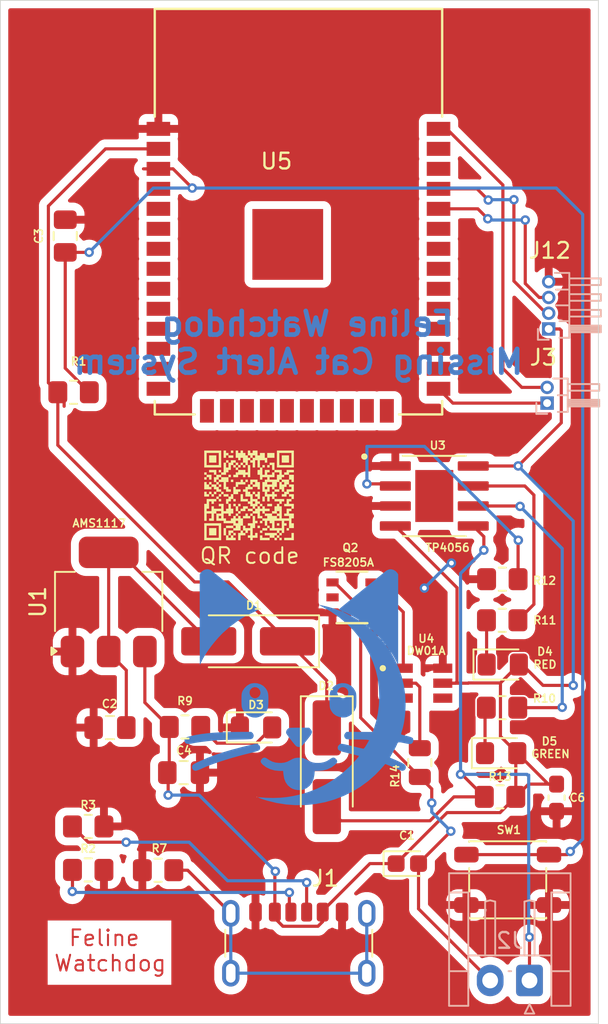
<source format=kicad_pcb>
(kicad_pcb (version 20240108) (generator "pcbnew") (generator_version "8.0")
  (layers (0 "F.Cu" signal) (31 "B.Cu" signal) (34 "B.Paste" user) (35 "F.Paste" user) (36 "B.SilkS" user "B.Silkscreen") (37 "F.SilkS" user "F.Silkscreen") (38 "B.Mask" user) (39 "F.Mask" user) (44 "Edge.Cuts" user))
  (net 0 "")
  (net 1 "BATT -")
  (net 2 "+5V")
  (net 3 "+3.3V")
  (net 4 "Net-(D1-K)")
  (net 5 "Net-(U5-EN)")
  (net 6 "Net-(D3-A)")
  (net 7 "Net-(D4-K)")
  (net 8 "Net-(D5-K)")
  (net 9 "Net-(J1-SHIELD)")
  (net 10 "Net-(J1-CC2)")
  (net 11 "Net-(J1-CC1)")
  (net 12 "BATT +")
  (net 13 "/GPIO 0")
  (net 14 "/ESP32 GND")
  (net 15 "/ESP32 RX")
  (net 16 "/ESP32 TX")
  (net 18 "OD")
  (net 19 "OC")
  (net 21 "Net-(U3-~{STDBY})")
  (net 22 "Net-(U3-~{CHRG})")
  (net 23 "Net-(U3-PROG)")
  (net 24 "Net-(U4-CS)")
  (net 59 "GND")
  (footprint "Diode_SMD:D_SMA_Handsoldering" (layer "F.Cu") (at 154.34 65.95 180)
    (property "Reference" "D1")
    (property "Value" "SS14" (hide yes))
  )
  (footprint "Resistor_SMD:R_0805_2012Metric" (layer "F.Cu") (at 165.25 73.6525 90)
    (property "Reference" "R14")
    (property "Value" "1k" (hide yes))
  )
  (footprint "Resistor_SMD:R_0805_2012Metric_Pad1.20x1.40mm_HandSolder" (layer "F.Cu") (at 143.25 50.13)
    (property "Reference" "R1")
    (property "Value" "10k" (hide yes))
  )
  (footprint "TP4056:SOP127P600X175-9N" (layer "F.Cu") (at 166.17 56.72)
    (property "Reference" "U3")
    (property "Value" "TP4056")
  )
  (footprint "Connector_USB:USB_C_Receptacle_GCT_USB4125-xx-x-0190_6P_TopMnt_Horizontal" (layer "F.Cu") (at 157.56 86.23)
    (property "Reference" "J1")
    (property "Value" "USB_C_Receptacle_PowerOnly_6P" (hide yes))
  )
  (footprint "Resistor_SMD:R_0805_2012Metric_Pad1.20x1.40mm_HandSolder" (layer "F.Cu") (at 170.485 64.615 180)
    (property "Reference" "R11")
    (property "Value" "1k" (hide yes))
  )
  (footprint "DW01A:SOT95P280X145-6N" (layer "F.Cu") (at 165.455 68.61)
    (property "Reference" "U4")
    (property "Value" "DW01A")
  )
  (footprint "Diode_SMD:D_SMA_Handsoldering" (layer "F.Cu") (at 159.34 73.95 -90)
    (property "Reference" "D2")
    (property "Value" "SS14" (hide yes))
  )
  (footprint "Resistor_SMD:R_0805_2012Metric_Pad1.20x1.40mm_HandSolder" (layer "F.Cu") (at 148.62 80.49 180)
    (property "Reference" "R7")
    (property "Value" "1M" (hide yes))
  )
  (footprint "Resistor_SMD:R_0805_2012Metric_Pad1.20x1.40mm_HandSolder" (layer "F.Cu") (at 170.495 62.005)
    (property "Reference" "R12")
    (property "Value" "10k" (hide yes))
  )
  (footprint "Capacitor_SMD:C_0805_2012Metric_Pad1.18x1.45mm_HandSolder" (layer "F.Cu") (at 145.5625 71.43 180)
    (property "Reference" "C2")
    (property "Value" "10uF" (hide yes))
  )
  (footprint "LED_SMD:LED_0805_2012Metric_Pad1.15x1.40mm_HandSolder" (layer "F.Cu") (at 154.845 71.42)
    (property "Reference" "D3")
    (property "Value" "LED" (hide yes))
  )
  (footprint "LED_SMD:LED_0805_2012Metric_Pad1.15x1.40mm_HandSolder" (layer "F.Cu") (at 170.52 67.425)
    (property "Reference" "D4")
    (property "Value" "RED")
  )
  (footprint "Capacitor_SMD:C_0603_1608Metric_Pad1.08x0.95mm_HandSolder" (layer "F.Cu") (at 173.94 75.8825 -90)
    (property "Reference" "C6")
    (property "Value" "0.1uF" (hide yes))
  )
  (footprint "QRcat:QRcat" (layer "F.Cu") (at 154.4 56.68)
    (property "Reference" "G***" (hide yes))
    (property "Value" "LOGO" (hide yes))
  )
  (footprint "Resistor_SMD:R_0805_2012Metric_Pad1.20x1.40mm_HandSolder" (layer "F.Cu") (at 144.18 77.71)
    (property "Reference" "R3")
    (property "Value" "5k1" (hide yes))
  )
  (footprint "Resistor_SMD:R_0805_2012Metric_Pad1.20x1.40mm_HandSolder" (layer "F.Cu") (at 150.33 71.39)
    (property "Reference" "R9")
    (property "Value" "1M" (hide yes))
  )
  (footprint "ul_ESP-32S:ESP-32S_AIT" (layer "F.Cu") (at 157.54 38.66)
    (property "Reference" "U5")
    (property "Value" "ESP-32S")
  )
  (footprint "Capacitor_SMD:C_0805_2012Metric_Pad1.18x1.45mm_HandSolder" (layer "F.Cu") (at 150.2425 74.29)
    (property "Reference" "C4")
    (property "Value" "10uF" (hide yes))
  )
  (footprint "Resistor_SMD:R_0805_2012Metric_Pad1.20x1.40mm_HandSolder" (layer "F.Cu") (at 170.475 70.165 180)
    (property "Reference" "R10")
    (property "Value" "1k" (hide yes))
  )
  (footprint "LED_SMD:LED_0805_2012Metric_Pad1.15x1.40mm_HandSolder" (layer "F.Cu") (at 170.42 73.055)
    (property "Reference" "D5")
    (property "Value" "GREEN")
  )
  (footprint "VeisLibrary:MySwitch_SW_SPST_PTS647_Sx50" (layer "F.Cu") (at 170.835 81.1)
    (property "Reference" "SW1")
    (property "Value" "RESET" (hide yes))
  )
  (footprint "Capacitor_SMD:C_0805_2012Metric_Pad1.18x1.45mm_HandSolder" (layer "F.Cu") (at 142.72 40.2075 90)
    (property "Reference" "C3")
    (property "Value" "10uF" (hide yes))
  )
  (footprint "Capacitor_Tantalum_SMD:CP_EIA-1608-08_AVX-J" (layer "F.Cu") (at 164.4575 80.07)
    (property "Reference" "C1")
    (property "Value" "0.1uf" (hide yes))
  )
  (footprint "Resistor_SMD:R_0805_2012Metric_Pad1.20x1.40mm_HandSolder" (layer "F.Cu") (at 170.35 75.83)
    (property "Reference" "R13")
    (property "Value" "100" (hide yes))
  )
  (footprint "ul_FS8205A:SOT-23-6L_TCP-L" (layer "F.Cu") (at 160.94175 63.160001)
    (property "Reference" "Q2")
    (property "Value" "FS8205A")
  )
  (footprint "Resistor_SMD:R_0805_2012Metric_Pad1.20x1.40mm_HandSolder" (layer "F.Cu") (at 144.18 80.47)
    (property "Reference" "R2")
    (property "Value" "5k1" (hide yes))
  )
  (footprint "Package_TO_SOT_SMD:SOT-223-3_TabPin2" (layer "F.Cu") (at 145.48 63.45 90)
    (property "Reference" "U1")
    (property "Value" "AMS1117")
  )
  (footprint "Connector_PinHeader_1.00mm:PinHeader_1x04_P1.00mm_Horizontal" (layer "B.Cu") (at 173.44 46.11)
    (property "Reference" "J12")
    (property "Value" "Conn_01x04_Socket" (hide yes))
  )
  (footprint "cat:cat" (layer "B.Cu") (at 157.58 68.87 180)
    (property "Reference" "G***" (hide yes))
    (property "Value" "LOGO" (hide yes))
  )
  (footprint "cat:cat" (layer "B.Cu") (at 157.57 68.87 180)
    (property "Reference" "G***" (hide yes))
    (property "Value" "LOGO" (hide yes))
  )
  (footprint "Connector_JST:JST_EH_S2B-EH_1x02_P2.50mm_Horizontal" (layer "B.Cu") (at 172.22 87.4925 180)
    (property "Reference" "J2")
    (property "Value" "Conn_01x02_Socket" (hide yes))
  )
  (footprint "Connector_PinHeader_1.00mm:PinHeader_1x02_P1.00mm_Horizontal" (layer "B.Cu") (at 173.34 50.82)
    (property "Reference" "J3")
    (property "Value" "Conn_01x02_Pin" (hide yes))
  )
  (gr_rect (start 138.6 25.24) (end 176.6 90.24) (stroke (width 0.05)) (fill none) (layer "Edge.Cuts"))
  (gr_text "Feline \nWatchdog\n" (at 145.58 86.99 0) (layer "F.Cu") (effects (font (size 1 1) (thickness 0.125) (bold yes)) (justify bottom)))
  (gr_text "Feline Watchdog \nMissing Cat Alert System" (at 157.54 49.08 0) (layer "B.Cu") (effects (font (size 1.5 1.5) (thickness 0.3) (bold yes)) (justify bottom mirror)))
  (gr_text "QR code" (at 154.44 61.1 0) (layer "F.SilkS") (effects (font (size 1 1) (thickness 0.125) (bold yes)) (justify bottom)))
  (segment (start 161.49265 63.8658) (end 161.49265 70.80765) (width 0.2) (layer "F.Cu") (net 1))
  (segment (start 166.01 76.22) (end 166.01 75.325) (width 0.2) (layer "F.Cu") (net 1))
  (segment (start 159.7035 62.21) (end 159.83685 62.21) (width 0.2) (layer "F.Cu") (net 1))
  (segment (start 167.22 78.02) (end 167.22 78.01) (width 0.2) (layer "F.Cu") (net 1))
  (segment (start 159.83685 62.21) (end 161.49265 63.8658) (width 0.2) (layer "F.Cu") (net 1))
  (segment (start 161.49265 70.80765) (end 165.25 74.565) (width 0.2) (layer "F.Cu") (net 1))
  (segment (start 165.17 82.9425) (end 169.72 87.4925) (width 0.2) (layer "F.Cu") (net 1))
  (segment (start 166.01 75.325) (end 165.25 74.565) (width 0.2) (layer "F.Cu") (net 1))
  (segment (start 165.17 80.07) (end 167.22 78.02) (width 0.2) (layer "F.Cu") (net 1))
  (segment (start 165.17 80.07) (end 165.17 82.9425) (width 0.2) (layer "F.Cu") (net 1))
  (via (at 167.22 78.01) (size 0.6) (drill 0.3) (layers "F.Cu" "B.Cu") (net 1))
  (via (at 166.01 76.22) (size 0.6) (drill 0.3) (layers "F.Cu" "B.Cu") (net 1))
  (segment (start 167.22 78.01) (end 166.01 76.8) (width 0.2) (layer "B.Cu") (net 1))
  (segment (start 166.01 76.8) (end 166.01 76.22) (width 0.2) (layer "B.Cu") (net 1))
  (segment (start 163.695 58.625) (end 167.615 62.545) (width 0.2) (layer "F.Cu") (net 2))
  (segment (start 167.515 68.61) (end 166.71 68.61) (width 0.2) (layer "F.Cu") (net 2))
  (segment (start 147.78 69.84) (end 149.33 71.39) (width 0.2) (layer "F.Cu") (net 2))
  (segment (start 167.615 62.545) (end 167.615 68.51) (width 0.2) (layer "F.Cu") (net 2))
  (segment (start 149.26 75.72) (end 149.26 74.345) (width 0.2) (layer "F.Cu") (net 2))
  (segment (start 159.08 83.067352) (end 159.08 83.15) (width 0.2) (layer "F.Cu") (net 2))
  (segment (start 173.41 75.02) (end 173.94 75.02) (width 0.2) (layer "F.Cu") (net 2))
  (segment (start 147.78 66.6) (end 147.78 69.84) (width 0.2) (layer "F.Cu") (net 2))
  (segment (start 171.755 67.425) (end 171.545 67.425) (width 0.2) (layer "F.Cu") (net 2))
  (segment (start 168.645 54.815) (end 171.495 54.815) (width 0.2) (layer "F.Cu") (net 2))
  (segment (start 171.35 75.83) (end 171.35 73.15) (width 0.2) (layer "F.Cu") (net 2))
  (segment (start 170.35 76.83) (end 171.35 75.83) (width 0.2) (layer "F.Cu") (net 2))
  (segment (start 149.33 74.165) (end 149.205 74.29) (width 0.2) (layer "F.Cu") (net 2))
  (segment (start 166.985 76.83) (end 170.35 76.83) (width 0.2) (layer "F.Cu") (net 2))
  (segment (start 168.345 68.595) (end 170.375 68.595) (width 0.2) (layer "F.Cu") (net 2))
  (segment (start 175 68.75) (end 173.08 68.75) (width 0.2) (layer "F.Cu") (net 2))
  (segment (start 170.375 71.985) (end 171.445 73.055) (width 0.2) (layer "F.Cu") (net 2))
  (segment (start 163.745 80.07) (end 166.985 76.83) (width 0.2) (layer "F.Cu") (net 2))
  (segment (start 171.495 54.815) (end 171.5 54.81) (width 0.2) (layer "F.Cu") (net 2))
  (segment (start 174.14 46.11) (end 174.24 46.21) (width 0.2) (layer "F.Cu") (net 2))
  (segment (start 173.94 75.02) (end 172.16 75.02) (width 0.2) (layer "F.Cu") (net 2))
  (segment (start 162.077352 80.07) (end 159.08 83.067352) (width 0.2) (layer "F.Cu") (net 2))
  (segment (start 159.08 83.75) (end 158.78 84.05) (width 0.2) (layer "F.Cu") (net 2))
  (segment (start 170.375 68.595) (end 170.375 71.985) (width 0.2) (layer "F.Cu") (net 2))
  (segment (start 149.682756 74.29) (end 149.205 74.29) (width 0.2) (layer "F.Cu") (net 2))
  (segment (start 149.26 74.345) (end 149.205 74.29) (width 0.2) (layer "F.Cu") (net 2))
  (segment (start 156.04 83.54) (end 156.04 83.15) (width 0.2) (layer "F.Cu") (net 2))
  (segment (start 167.615 68.51) (end 167.515 68.61) (width 0.2) (layer "F.Cu") (net 2))
  (segment (start 159.08 83.15) (end 159.08 83.75) (width 0.2) (layer "F.Cu") (net 2))
  (segment (start 158.78 84.05) (end 156.55 84.05) (width 0.2) (layer "F.Cu") (net 2))
  (segment (start 173.44 46.11) (end 174.14 46.11) (width 0.2) (layer "F.Cu") (net 2))
  (segment (start 171.545 67.425) (end 170.375 68.595) (width 0.2) (layer "F.Cu") (net 2))
  (segment (start 156.55 84.05) (end 156.04 83.54) (width 0.2) (layer "F.Cu") (net 2))
  (segment (start 174.24 46.21) (end 174.24 52.07) (width 0.2) (layer "F.Cu") (net 2))
  (segment (start 168.33 68.61) (end 168.345 68.595) (width 0.2) (layer "F.Cu") (net 2))
  (segment (start 166.71 68.61) (end 168.33 68.61) (width 0.2) (layer "F.Cu") (net 2))
  (segment (start 171.35 73.15) (end 171.445 73.055) (width 0.2) (layer "F.Cu") (net 2))
  (segment (start 174.24 52.07) (end 171.5 54.81) (width 0.2) (layer "F.Cu") (net 2))
  (segment (start 171.445 73.055) (end 173.41 75.02) (width 0.2) (layer "F.Cu") (net 2))
  (segment (start 172.16 75.02) (end 171.35 75.83) (width 0.2) (layer "F.Cu") (net 2))
  (segment (start 163.745 80.07) (end 162.077352 80.07) (width 0.2) (layer "F.Cu") (net 2))
  (segment (start 156.04 80.59) (end 156.07 80.56) (width 0.2) (layer "F.Cu") (net 2))
  (segment (start 173.08 68.75) (end 171.755 67.425) (width 0.2) (layer "F.Cu") (net 2))
  (segment (start 156.04 83.15) (end 156.04 80.647244) (width 0.2) (layer "F.Cu") (net 2))
  (segment (start 156.04 80.647244) (end 156.04 80.59) (width 0.2) (layer "F.Cu") (net 2))
  (segment (start 149.33 71.39) (end 149.33 74.165) (width 0.2) (layer "F.Cu") (net 2))
  (via (at 149.26 75.72) (size 0.6) (drill 0.3) (layers "F.Cu" "B.Cu") (net 2))
  (via (at 175 68.75) (size 0.6) (drill 0.3) (layers "F.Cu" "B.Cu") (net 2))
  (via (at 156.07 80.56) (size 0.6) (drill 0.3) (layers "F.Cu" "B.Cu") (net 2))
  (via (at 171.5 54.81) (size 0.6) (drill 0.3) (layers "F.Cu" "B.Cu") (net 2))
  (segment (start 156.07 80.56) (end 151.23 75.72) (width 0.2) (layer "B.Cu") (net 2))
  (segment (start 151.23 75.72) (end 149.26 75.72) (width 0.2) (layer "B.Cu") (net 2))
  (segment (start 171.5 54.81) (end 175 58.31) (width 0.2) (layer "B.Cu") (net 2))
  (segment (start 175 58.31) (end 175 68.75) (width 0.2) (layer "B.Cu") (net 2))
  (segment (start 146.6 67.79) (end 146.6 71.43) (width 0.2) (layer "F.Cu") (net 3))
  (segment (start 145.48 66.6) (end 145.48 66.67) (width 0.2) (layer "F.Cu") (net 3))
  (segment (start 146.19 60.3) (end 145.48 60.3) (width 0.2) (layer "F.Cu") (net 3))
  (segment (start 145.48 60.3) (end 145.48 66.6) (width 0.2) (layer "F.Cu") (net 3))
  (segment (start 151.84 65.95) (end 146.19 60.3) (width 0.2) (layer "F.Cu") (net 3))
  (segment (start 145.48 66.67) (end 146.6 67.79) (width 0.2) (layer "F.Cu") (net 3))
  (segment (start 141.65 38.3) (end 141.65 49.53) (width 0.2) (layer "F.Cu") (net 4))
  (segment (start 159.34 68.45) (end 159.34 71.45) (width 0.2) (layer "F.Cu") (net 4))
  (segment (start 156.84 65.95) (end 153.07 62.18) (width 0.2) (layer "F.Cu") (net 4))
  (segment (start 142.65 51.02) (end 142.65 50.13) (width 0.2) (layer "F.Cu") (net 4))
  (segment (start 141.65 49.53) (end 142.25 50.13) (width 0.2) (layer "F.Cu") (net 4))
  (segment (start 156.84 65.95) (end 159.34 68.45) (width 0.2) (layer "F.Cu") (net 4))
  (segment (start 142.25 53.49) (end 142.25 50.13) (width 0.2) (layer "F.Cu") (net 4))
  (segment (start 153.07 62.18) (end 150.94 62.18) (width 0.2) (layer "F.Cu") (net 4))
  (segment (start 145.28 34.67) (end 141.65 38.3) (width 0.2) (layer "F.Cu") (net 4))
  (segment (start 148.64 34.67) (end 145.28 34.67) (width 0.2) (layer "F.Cu") (net 4))
  (segment (start 150.94 62.18) (end 142.25 53.49) (width 0.2) (layer "F.Cu") (net 4))
  (segment (start 174.61 79.5) (end 173.46 79.5) (width 0.2) (layer "F.Cu") (net 5))
  (segment (start 150.79 37.16) (end 149.57 35.94) (width 0.2) (layer "F.Cu") (net 5))
  (segment (start 142.72 41.245) (end 142.72 48.6) (width 0.2) (layer "F.Cu") (net 5))
  (segment (start 144.235 41.245) (end 144.24 41.24) (width 0.2) (layer "F.Cu") (net 5))
  (segment (start 149.57 35.94) (end 148.64 35.94) (width 0.2) (layer "F.Cu") (net 5))
  (segment (start 173.46 79.5) (end 168.21 79.5) (width 0.2) (layer "F.Cu") (net 5))
  (segment (start 142.72 41.245) (end 144.235 41.245) (width 0.2) (layer "F.Cu") (net 5))
  (segment (start 174.81 79.3) (end 174.61 79.5) (width 0.2) (layer "F.Cu") (net 5))
  (segment (start 148.64 35.94) (end 147.6907 35.94) (width 0.2) (layer "F.Cu") (net 5))
  (segment (start 142.72 40.9107) (end 142.72 41.245) (width 0.2) (layer "F.Cu") (net 5))
  (segment (start 142.72 48.6) (end 144.25 50.13) (width 0.2) (layer "F.Cu") (net 5))
  (via (at 144.24 41.24) (size 0.6) (drill 0.3) (layers "F.Cu" "B.Cu") (net 5))
  (via (at 150.79 37.16) (size 0.6) (drill 0.3) (layers "F.Cu" "B.Cu") (net 5))
  (via (at 174.81 79.3) (size 0.6) (drill 0.3) (layers "F.Cu" "B.Cu") (net 5))
  (segment (start 175.6 38.84) (end 173.92 37.16) (width 0.2) (layer "B.Cu") (net 5))
  (segment (start 148.32 37.16) (end 150.79 37.16) (width 0.2) (layer "B.Cu") (net 5))
  (segment (start 144.24 41.24) (end 148.32 37.16) (width 0.2) (layer "B.Cu") (net 5))
  (segment (start 175.6 78.51) (end 175.6 38.84) (width 0.2) (layer "B.Cu") (net 5))
  (segment (start 173.92 37.16) (end 150.79 37.16) (width 0.2) (layer "B.Cu") (net 5))
  (segment (start 174.81 79.3) (end 175.6 78.51) (width 0.2) (layer "B.Cu") (net 5))
  (segment (start 154.87 72.42) (end 152.36 72.42) (width 0.2) (layer "F.Cu") (net 6))
  (segment (start 155.87 71.42) (end 154.87 72.42) (width 0.2) (layer "F.Cu") (net 6))
  (segment (start 152.36 72.42) (end 151.33 71.39) (width 0.2) (layer "F.Cu") (net 6))
  (segment (start 169.495 64.625) (end 169.485 64.615) (width 0.2) (layer "F.Cu") (net 7))
  (segment (start 169.495 67.425) (end 169.495 64.625) (width 0.2) (layer "F.Cu") (net 7))
  (segment (start 169.395 70.245) (end 169.475 70.165) (width 0.2) (layer "F.Cu") (net 8))
  (segment (start 169.395 73.055) (end 169.395 70.245) (width 0.2) (layer "F.Cu") (net 8))
  (segment (start 150.5 80.49) (end 153.24 83.23) (width 0.2) (layer "F.Cu") (net 9))
  (segment (start 149.62 80.49) (end 150.5 80.49) (width 0.2) (layer "F.Cu") (net 9))
  (segment (start 161.88 87.03) (end 161.88 83.23) (width 0.2) (layer "B.Cu") (net 9))
  (segment (start 153.24 83.23) (end 153.24 87.03) (width 0.2) (layer "B.Cu") (net 9))
  (segment (start 153.24 87.03) (end 161.88 87.03) (width 0.2) (layer "B.Cu") (net 9))
  (segment (start 144.18 78.71) (end 143.18 77.71) (width 0.2) (layer "F.Cu") (net 10))
  (segment (start 158.06 81.27) (end 158.06 83.15) (width 0.2) (layer "F.Cu") (net 10))
  (segment (start 146.59 78.71) (end 144.18 78.71) (width 0.2) (layer "F.Cu") (net 10))
  (via (at 158.06 81.27) (size 0.6) (drill 0.3) (layers "F.Cu" "B.Cu") (net 10))
  (via (at 146.59 78.71) (size 0.6) (drill 0.3) (layers "F.Cu" "B.Cu") (net 10))
  (segment (start 150.59 78.71) (end 153.04 81.16) (width 0.2) (layer "B.Cu") (net 10))
  (segment (start 157.95 81.16) (end 158.06 81.27) (width 0.2) (layer "B.Cu") (net 10))
  (segment (start 153.04 81.16) (end 157.95 81.16) (width 0.2) (layer "B.Cu") (net 10))
  (segment (start 146.59 78.71) (end 150.59 78.71) (width 0.2) (layer "B.Cu") (net 10))
  (segment (start 143.18 81.83) (end 143.18 80.47) (width 0.2) (layer "F.Cu") (net 11))
  (segment (start 156.96 81.9) (end 156.96 83.05) (width 0.2) (layer "F.Cu") (net 11))
  (segment (start 156.96 83.05) (end 157.06 83.15) (width 0.2) (layer "F.Cu") (net 11))
  (segment (start 143.17 81.84) (end 143.18 81.83) (width 0.2) (layer "F.Cu") (net 11))
  (via (at 156.96 81.9) (size 0.6) (drill 0.3) (layers "F.Cu" "B.Cu") (net 11))
  (via (at 143.17 81.84) (size 0.6) (drill 0.3) (layers "F.Cu" "B.Cu") (net 11))
  (segment (start 143.17 81.84) (end 143.23 81.9) (width 0.2) (layer "B.Cu") (net 11))
  (segment (start 143.23 81.9) (end 156.96 81.9) (width 0.2) (layer "B.Cu") (net 11))
  (segment (start 167.84 74.4) (end 167.92 74.4) (width 0.2) (layer "F.Cu") (net 12))
  (segment (start 169.32 60.16) (end 169.32 59.3) (width 0.2) (layer "F.Cu") (net 12))
  (segment (start 167.92 74.4) (end 169.35 75.83) (width 0.2) (layer "F.Cu") (net 12))
  (segment (start 172.22 84.75) (end 172.21 84.74) (width 0.2) (layer "F.Cu") (net 12))
  (segment (start 159.34 76.45) (end 160.24 77.35) (width 0.2) (layer "F.Cu") (net 12))
  (segment (start 165.899314 77.35) (end 167.419314 75.83) (width 0.2) (layer "F.Cu") (net 12))
  (segment (start 172.22 87.4925) (end 172.22 84.75) (width 0.2) (layer "F.Cu") (net 12))
  (segment (start 167.419314 75.83) (end 169.35 75.83) (width 0.2) (layer "F.Cu") (net 12))
  (segment (start 169.32 59.3) (end 168.645 58.625) (width 0.2) (layer "F.Cu") (net 12))
  (segment (start 160.24 77.35) (end 165.899314 77.35) (width 0.2) (layer "F.Cu") (net 12))
  (via (at 167.84 74.4) (size 0.6) (drill 0.3) (layers "F.Cu" "B.Cu") (net 12))
  (via (at 172.21 84.74) (size 0.6) (drill 0.3) (layers "F.Cu" "B.Cu") (net 12))
  (via (at 169.32 60.16) (size 0.6) (drill 0.3) (layers "F.Cu" "B.Cu") (net 12))
  (segment (start 172.05 74.4) (end 167.84 74.4) (width 0.2) (layer "B.Cu") (net 12))
  (segment (start 167.84 61.64) (end 169.32 60.16) (width 0.2) (layer "B.Cu") (net 12))
  (segment (start 167.84 74.4) (end 167.84 61.64) (width 0.2) (layer "B.Cu") (net 12))
  (segment (start 172.1 74.45) (end 172.05 74.4) (width 0.2) (layer "B.Cu") (net 12))
  (segment (start 172.17 74.45) (end 172.1 74.45) (width 0.2) (layer "B.Cu") (net 12))
  (segment (start 172.17 84.7) (end 172.17 74.45) (width 0.2) (layer "B.Cu") (net 12))
  (segment (start 172.21 84.74) (end 172.17 84.7) (width 0.2) (layer "B.Cu") (net 12))
  (segment (start 167.35 50.82) (end 166.44 49.91) (width 0.2) (layer "F.Cu") (net 13))
  (segment (start 173.34 50.82) (end 167.35 50.82) (width 0.2) (layer "F.Cu") (net 13))
  (segment (start 171.73 49.82) (end 170.53 48.62) (width 0.2) (layer "F.Cu") (net 14))
  (segment (start 166.9638 33.4) (end 166.44 33.4) (width 0.2) (layer "F.Cu") (net 14))
  (segment (start 170.53 36.9662) (end 166.9638 33.4) (width 0.2) (layer "F.Cu") (net 14))
  (segment (start 170.53 48.62) (end 170.53 36.9662) (width 0.2) (layer "F.Cu") (net 14))
  (segment (start 173.34 49.82) (end 171.73 49.82) (width 0.2) (layer "F.Cu") (net 14))
  (segment (start 169.57 39.11) (end 168.94 38.48) (width 0.2) (layer "F.Cu") (net 15))
  (segment (start 173.44 44.11) (end 172.83896 44.11) (width 0.2) (layer "F.Cu") (net 15))
  (segment (start 171.95 43.22104) (end 171.95 39.19) (width 0.2) (layer "F.Cu") (net 15))
  (segment (start 168.94 38.48) (end 166.44 38.48) (width 0.2) (layer "F.Cu") (net 15))
  (segment (start 172.83896 44.11) (end 171.95 43.22104) (width 0.2) (layer "F.Cu") (net 15))
  (via (at 171.95 39.19) (size 0.6) (drill 0.3) (layers "F.Cu" "B.Cu") (net 15))
  (via (at 169.57 39.11) (size 0.6) (drill 0.3) (layers "F.Cu" "B.Cu") (net 15))
  (segment (start 171.95 39.19) (end 169.65 39.19) (width 0.2) (layer "B.Cu") (net 15))
  (segment (start 169.65 39.19) (end 169.57 39.11) (width 0.2) (layer "B.Cu") (net 15))
  (segment (start 171.23 43.066725) (end 171.23 37.9) (width 0.2) (layer "F.Cu") (net 16))
  (segment (start 169.6 37.92) (end 168.89 37.21) (width 0.2) (layer "F.Cu") (net 16))
  (segment (start 173.273275 45.11) (end 171.23 43.066725) (width 0.2) (layer "F.Cu") (net 16))
  (segment (start 173.44 45.11) (end 173.273275 45.11) (width 0.2) (layer "F.Cu") (net 16))
  (segment (start 168.89 37.21) (end 166.44 37.21) (width 0.2) (layer "F.Cu") (net 16))
  (via (at 171.23 37.9) (size 0.6) (drill 0.3) (layers "F.Cu" "B.Cu") (net 16))
  (via (at 169.6 37.92) (size 0.6) (drill 0.3) (layers "F.Cu" "B.Cu") (net 16))
  (segment (start 169.62 37.9) (end 169.6 37.92) (width 0.2) (layer "B.Cu") (net 16))
  (segment (start 171.23 37.9) (end 169.62 37.9) (width 0.2) (layer "B.Cu") (net 16))
  (segment (start 164.2 67.66) (end 164.2 64.09665) (width 0.2) (layer "F.Cu") (net 18))
  (segment (start 164.2 64.09665) (end 162.31335 62.21) (width 0.2) (layer "F.Cu") (net 18))
  (segment (start 162.31335 62.21) (end 162.18 62.21) (width 0.2) (layer "F.Cu") (net 18))
  (segment (start 162.579998 64.51) (end 162.18 64.110002) (width 0.2) (layer "F.Cu") (net 19))
  (segment (start 163.395 69.56) (end 163.19 69.355) (width 0.2) (layer "F.Cu") (net 19))
  (segment (start 163.19 64.51) (end 162.579998 64.51) (width 0.2) (layer "F.Cu") (net 19))
  (segment (start 164.2 69.56) (end 163.395 69.56) (width 0.2) (layer "F.Cu") (net 19))
  (segment (start 163.19 69.355) (end 163.19 64.51) (width 0.2) (layer "F.Cu") (net 19))
  (segment (start 174.275 70.165) (end 174.3 70.14) (width 0.2) (layer "F.Cu") (net 21))
  (segment (start 171.475 70.165) (end 174.275 70.165) (width 0.2) (layer "F.Cu") (net 21))
  (segment (start 171.595 57.355) (end 168.645 57.355) (width 0.2) (layer "F.Cu") (net 21))
  (segment (start 171.62 57.38) (end 171.595 57.355) (width 0.2) (layer "F.Cu") (net 21))
  (via (at 171.62 57.38) (size 0.6) (drill 0.3) (layers "F.Cu" "B.Cu") (net 21))
  (via (at 174.3 70.14) (size 0.6) (drill 0.3) (layers "F.Cu" "B.Cu") (net 21))
  (segment (start 174.3 60.06) (end 171.62 57.38) (width 0.2) (layer "B.Cu") (net 21))
  (segment (start 174.3 70.14) (end 174.3 60.06) (width 0.2) (layer "B.Cu") (net 21))
  (segment (start 172.5 56.658529) (end 171.926471 56.085) (width 0.2) (layer "F.Cu") (net 22))
  (segment (start 171.485 64.615) (end 172.5 63.6) (width 0.2) (layer "F.Cu") (net 22))
  (segment (start 172.5 63.6) (end 172.5 56.658529) (width 0.2) (layer "F.Cu") (net 22))
  (segment (start 171.926471 56.085) (end 168.645 56.085) (width 0.2) (layer "F.Cu") (net 22))
  (segment (start 171.495 59.545) (end 171.51 59.53) (width 0.2) (layer "F.Cu") (net 23))
  (segment (start 161.89 55.95) (end 163.56 55.95) (width 0.2) (layer "F.Cu") (net 23))
  (segment (start 163.56 55.95) (end 163.695 56.085) (width 0.2) (layer "F.Cu") (net 23))
  (segment (start 171.495 62.005) (end 171.495 59.545) (width 0.2) (layer "F.Cu") (net 23))
  (via (at 171.51 59.53) (size 0.6) (drill 0.3) (layers "F.Cu" "B.Cu") (net 23))
  (via (at 161.89 55.95) (size 0.6) (drill 0.3) (layers "F.Cu" "B.Cu") (net 23))
  (segment (start 171.51 59.53) (end 165.55 53.57) (width 0.2) (layer "B.Cu") (net 23))
  (segment (start 165.55 53.57) (end 161.89 53.57) (width 0.2) (layer "B.Cu") (net 23))
  (segment (start 161.89 53.57) (end 161.89 55.95) (width 0.2) (layer "B.Cu") (net 23))
  (segment (start 165.005 68.61) (end 165.25 68.855) (width 0.2) (layer "F.Cu") (net 24))
  (segment (start 164.2 68.61) (end 165.005 68.61) (width 0.2) (layer "F.Cu") (net 24))
  (segment (start 165.25 68.855) (end 165.25 72.74) (width 0.2) (layer "F.Cu") (net 24))
  (segment (start 168.285 62.005) (end 167.26 60.98) (width 0.2) (layer "F.Cu") (net 59))
  (segment (start 162.855 57.355) (end 163.695 57.355) (width 0.2) (layer "F.Cu") (net 59))
  (segment (start 169.495 62.005) (end 168.285 62.005) (width 0.2) (layer "F.Cu") (net 59))
  (via (at 165.54 62.57) (size 0.6) (drill 0.3) (layers "F.Cu" "B.Cu") (net 59))
  (via (at 167.26 60.98) (size 0.6) (drill 0.3) (layers "F.Cu" "B.Cu") (net 59))
  (segment (start 167.13 60.98) (end 165.54 62.57) (width 0.2) (layer "B.Cu") (net 59))
  (segment (start 167.26 60.98) (end 167.13 60.98) (width 0.2) (layer "B.Cu") (net 59))
  (zone (net 59) (net_name "GND") (layer "F.Cu") (connect_pads (clearance 0.5)) (min_thickness 0.25) (fill yes (thermal_gap 0.5) (thermal_bridge_width 0.5) (island_removal_mode 1) (island_area_min 10))
    (polygon (pts (xy 176.08 25.53) (xy 176.38 25.83) (xy 176.38 90.03) (xy 138.75 90.03) (xy 138.74 90.02) (xy 138.74 25.53)))
  )
)
</source>
